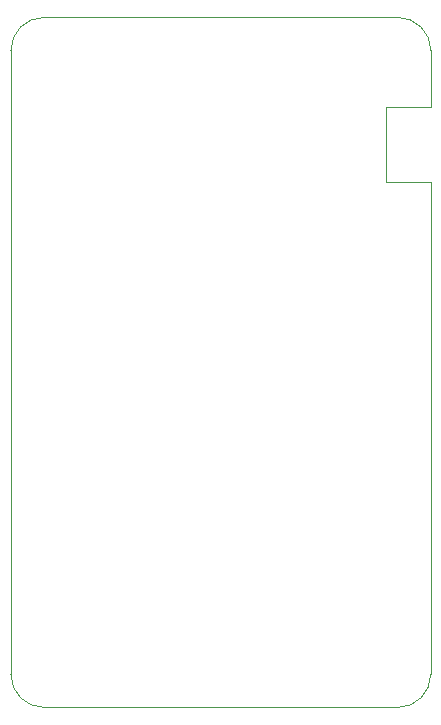
<source format=gbr>
%TF.GenerationSoftware,KiCad,Pcbnew,8.0.8*%
%TF.CreationDate,2025-02-11T14:17:18-06:00*%
%TF.ProjectId,IR Demo FeatherWing,49522044-656d-46f2-9046-656174686572,rev?*%
%TF.SameCoordinates,Original*%
%TF.FileFunction,Profile,NP*%
%FSLAX46Y46*%
G04 Gerber Fmt 4.6, Leading zero omitted, Abs format (unit mm)*
G04 Created by KiCad (PCBNEW 8.0.8) date 2025-02-11 14:17:18*
%MOMM*%
%LPD*%
G01*
G04 APERTURE LIST*
%TA.AperFunction,Profile*%
%ADD10C,0.050000*%
%TD*%
G04 APERTURE END LIST*
D10*
X167894000Y-88646000D02*
X167894000Y-130302000D01*
X167894000Y-130302000D02*
G75*
G02*
X165100000Y-133096000I-2794000J0D01*
G01*
X165100000Y-133096000D02*
X135128000Y-133096000D01*
X132334000Y-130302000D02*
X132334000Y-77470000D01*
X165100000Y-74676000D02*
G75*
G02*
X167894000Y-77470000I0J-2794000D01*
G01*
X167894000Y-82296000D02*
X167894000Y-77470000D01*
X135128000Y-74676000D02*
X165100000Y-74676000D01*
X164084000Y-82296000D02*
X164084000Y-88646000D01*
X135128000Y-133096000D02*
G75*
G02*
X132334000Y-130302000I0J2794000D01*
G01*
X167894000Y-82296000D02*
X164084000Y-82296000D01*
X164084000Y-88646000D02*
X167894000Y-88646000D01*
X132334000Y-77470000D02*
G75*
G02*
X135128000Y-74676000I2794000J0D01*
G01*
M02*

</source>
